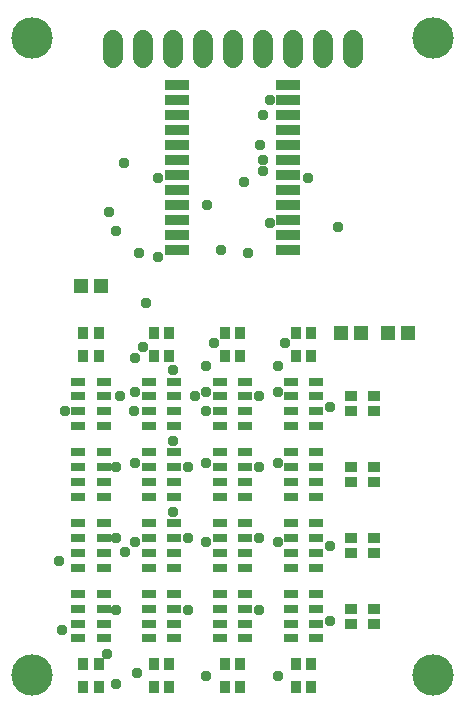
<source format=gbr>
G04 EAGLE Gerber RS-274X export*
G75*
%MOMM*%
%FSLAX34Y34*%
%LPD*%
%INSoldermask Top*%
%IPPOS*%
%AMOC8*
5,1,8,0,0,1.08239X$1,22.5*%
G01*
%ADD10C,3.503200*%
%ADD11R,1.103200X0.903200*%
%ADD12R,0.903200X1.103200*%
%ADD13R,2.153200X0.853200*%
%ADD14C,1.727200*%
%ADD15R,1.253200X0.753200*%
%ADD16R,1.203200X1.303200*%
%ADD17C,0.959600*%


D10*
X30000Y570000D03*
X370000Y570000D03*
X370000Y30000D03*
X30000Y30000D03*
D11*
X300000Y253500D03*
X300000Y266500D03*
X320000Y253500D03*
X320000Y266500D03*
D12*
X193500Y300000D03*
X206500Y300000D03*
X73500Y300000D03*
X86500Y300000D03*
X253500Y300000D03*
X266500Y300000D03*
X133500Y300000D03*
X146500Y300000D03*
D13*
X247250Y390150D03*
X247250Y402850D03*
X247250Y415550D03*
X247250Y428250D03*
X247250Y440950D03*
X247250Y453650D03*
X247250Y466350D03*
X247250Y479050D03*
X247250Y491750D03*
X247250Y504450D03*
X247250Y517150D03*
X247250Y529850D03*
X152750Y529850D03*
X152750Y517150D03*
X152750Y504450D03*
X152750Y491750D03*
X152750Y479050D03*
X152750Y466350D03*
X152750Y453650D03*
X152750Y440950D03*
X152750Y428250D03*
X152750Y415550D03*
X152750Y402850D03*
X152750Y390150D03*
D14*
X98400Y552380D02*
X98400Y567620D01*
X123800Y567620D02*
X123800Y552380D01*
X149200Y552380D02*
X149200Y567620D01*
X174600Y567620D02*
X174600Y552380D01*
X200000Y552380D02*
X200000Y567620D01*
X225400Y567620D02*
X225400Y552380D01*
X250800Y552380D02*
X250800Y567620D01*
X276200Y567620D02*
X276200Y552380D01*
X301600Y552380D02*
X301600Y567620D01*
D15*
X69250Y278750D03*
X69250Y266250D03*
X69250Y253750D03*
X69250Y241250D03*
X90750Y241250D03*
X90750Y253750D03*
X90750Y266250D03*
X90750Y278750D03*
X249250Y278750D03*
X249250Y266250D03*
X249250Y253750D03*
X249250Y241250D03*
X270750Y241250D03*
X270750Y253750D03*
X270750Y266250D03*
X270750Y278750D03*
X129250Y278750D03*
X129250Y266250D03*
X129250Y253750D03*
X129250Y241250D03*
X150750Y241250D03*
X150750Y253750D03*
X150750Y266250D03*
X150750Y278750D03*
X189250Y278750D03*
X189250Y266250D03*
X189250Y253750D03*
X189250Y241250D03*
X210750Y241250D03*
X210750Y253750D03*
X210750Y266250D03*
X210750Y278750D03*
D16*
X291500Y320000D03*
X308500Y320000D03*
X348500Y320000D03*
X331500Y320000D03*
X88500Y360000D03*
X71500Y360000D03*
D15*
X69250Y218750D03*
X69250Y206250D03*
X69250Y193750D03*
X69250Y181250D03*
X90750Y181250D03*
X90750Y193750D03*
X90750Y206250D03*
X90750Y218750D03*
D11*
X300000Y193500D03*
X300000Y206500D03*
X320000Y193500D03*
X320000Y206500D03*
D12*
X73500Y320000D03*
X86500Y320000D03*
D15*
X129250Y218750D03*
X129250Y206250D03*
X129250Y193750D03*
X129250Y181250D03*
X150750Y181250D03*
X150750Y193750D03*
X150750Y206250D03*
X150750Y218750D03*
D12*
X133500Y320000D03*
X146500Y320000D03*
D15*
X189250Y218750D03*
X189250Y206250D03*
X189250Y193750D03*
X189250Y181250D03*
X210750Y181250D03*
X210750Y193750D03*
X210750Y206250D03*
X210750Y218750D03*
D12*
X193500Y320000D03*
X206500Y320000D03*
D15*
X249250Y218750D03*
X249250Y206250D03*
X249250Y193750D03*
X249250Y181250D03*
X270750Y181250D03*
X270750Y193750D03*
X270750Y206250D03*
X270750Y218750D03*
D12*
X253500Y320000D03*
X266500Y320000D03*
D15*
X69250Y158750D03*
X69250Y146250D03*
X69250Y133750D03*
X69250Y121250D03*
X90750Y121250D03*
X90750Y133750D03*
X90750Y146250D03*
X90750Y158750D03*
D11*
X300000Y133500D03*
X300000Y146500D03*
X320000Y133500D03*
X320000Y146500D03*
D12*
X73500Y20000D03*
X86500Y20000D03*
D15*
X129250Y158750D03*
X129250Y146250D03*
X129250Y133750D03*
X129250Y121250D03*
X150750Y121250D03*
X150750Y133750D03*
X150750Y146250D03*
X150750Y158750D03*
D12*
X133500Y20000D03*
X146500Y20000D03*
D15*
X189250Y158750D03*
X189250Y146250D03*
X189250Y133750D03*
X189250Y121250D03*
X210750Y121250D03*
X210750Y133750D03*
X210750Y146250D03*
X210750Y158750D03*
D12*
X193500Y20000D03*
X206500Y20000D03*
D15*
X249250Y158750D03*
X249250Y146250D03*
X249250Y133750D03*
X249250Y121250D03*
X270750Y121250D03*
X270750Y133750D03*
X270750Y146250D03*
X270750Y158750D03*
D12*
X253500Y20000D03*
X266500Y20000D03*
D15*
X129250Y98750D03*
X129250Y86250D03*
X129250Y73750D03*
X129250Y61250D03*
X150750Y61250D03*
X150750Y73750D03*
X150750Y86250D03*
X150750Y98750D03*
D11*
X300000Y73500D03*
X300000Y86500D03*
X320000Y73500D03*
X320000Y86500D03*
D12*
X73500Y40000D03*
X86500Y40000D03*
D15*
X69250Y98750D03*
X69250Y86250D03*
X69250Y73750D03*
X69250Y61250D03*
X90750Y61250D03*
X90750Y73750D03*
X90750Y86250D03*
X90750Y98750D03*
D12*
X133500Y40000D03*
X146500Y40000D03*
D15*
X189250Y98750D03*
X189250Y86250D03*
X189250Y73750D03*
X189250Y61250D03*
X210750Y61250D03*
X210750Y73750D03*
X210750Y86250D03*
X210750Y98750D03*
D12*
X193500Y40000D03*
X206500Y40000D03*
D15*
X249250Y98750D03*
X249250Y86250D03*
X249250Y73750D03*
X249250Y61250D03*
X270750Y61250D03*
X270750Y73750D03*
X270750Y86250D03*
X270750Y98750D03*
D12*
X253500Y40000D03*
X266500Y40000D03*
D17*
X58420Y254000D03*
X116840Y254000D03*
X177800Y254000D03*
X127000Y345440D03*
X93980Y48260D03*
X101600Y22860D03*
X55880Y68580D03*
X53340Y127000D03*
X109220Y134620D03*
X104775Y266700D03*
X107950Y463550D03*
X168275Y266700D03*
X223520Y479425D03*
X117475Y298450D03*
X117475Y269875D03*
X222250Y266700D03*
X225425Y457200D03*
X282575Y257175D03*
X263525Y450850D03*
X101600Y206375D03*
X101600Y406400D03*
X161925Y206375D03*
X178275Y428625D03*
X222250Y206375D03*
X231775Y412750D03*
X177800Y292100D03*
X177800Y269875D03*
X101600Y146050D03*
X120650Y387350D03*
X161925Y146050D03*
X190500Y390525D03*
X238125Y292100D03*
X238125Y269875D03*
X222250Y146050D03*
X212725Y387350D03*
X282575Y139700D03*
X288925Y409575D03*
X161925Y85725D03*
X136525Y450850D03*
X101600Y85725D03*
X95250Y422275D03*
X222250Y85725D03*
X209550Y447675D03*
X282575Y76200D03*
X225425Y466725D03*
X136525Y384175D03*
X149225Y288925D03*
X149225Y228600D03*
X149225Y168275D03*
X225425Y504825D03*
X231775Y517525D03*
X123825Y307975D03*
X117475Y209550D03*
X184150Y311150D03*
X177800Y209550D03*
X244475Y311150D03*
X238125Y209550D03*
X118745Y31750D03*
X117475Y142875D03*
X177800Y29845D03*
X177800Y142875D03*
X238125Y29845D03*
X238125Y142875D03*
M02*

</source>
